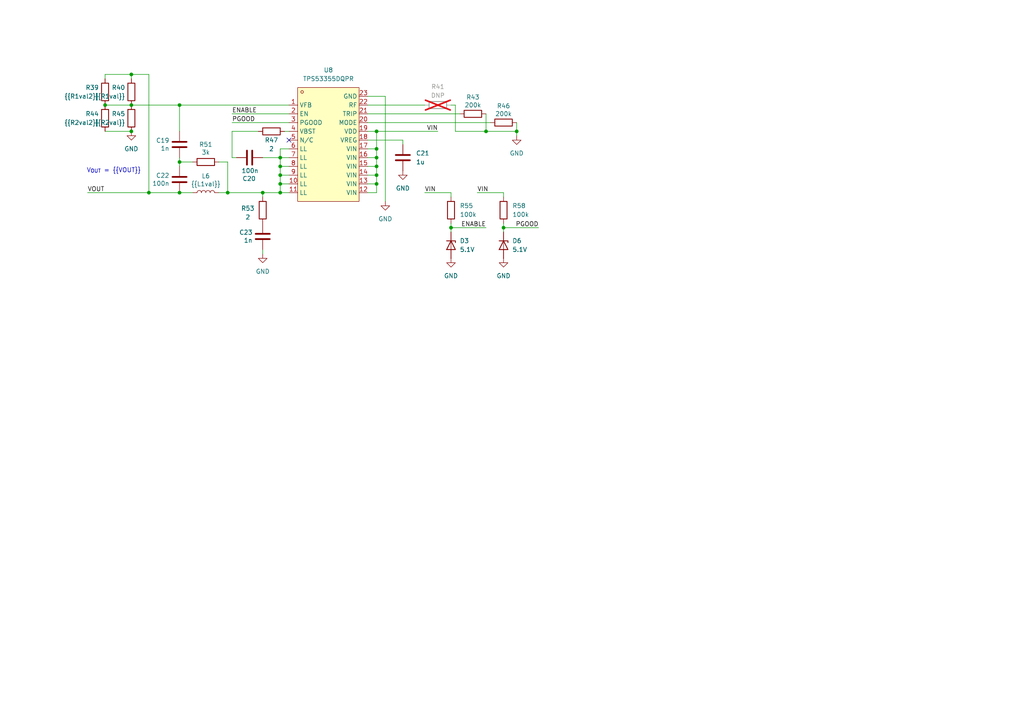
<source format=kicad_sch>
(kicad_sch (version 20250114) (generator "eeschema") (generator_version "9.0")
  (paper "A4")
  (lib_symbols
    (symbol "Device:C" (pin_numbers (hide yes)) (pin_names (offset 0.254))
      (property "Reference" "C" (at 0.635 2.54 0))
      (property "Value" "C" (at 0.635 -2.54 0))
      (symbol "C_0_1"
        (polyline (pts (xy -2.032 0.762) (xy 2.032 0.762)) (stroke (width 0.508)))
        (polyline (pts (xy -2.032 -0.762) (xy 2.032 -0.762)) (stroke (width 0.508)))
      )
      (symbol "C_1_1"
        (pin passive line (at 0 3.81 270) (length 2.794) (name "~") (number "1"))
        (pin passive line (at 0 -3.81 90) (length 2.794) (name "~") (number "2"))
      )
    )
    (symbol "Device:D_Zener" (pin_numbers (hide yes)) (pin_names (offset 1.016) (hide yes))
      (property "Reference" "D" (at 0 2.54 0))
      (property "Value" "D_Zener" (at 0 -2.54 0))
      (symbol "D_Zener_0_1"
        (polyline (pts (xy -1.27 -1.27) (xy -1.27 1.27) (xy -0.762 1.27)) (stroke (width 0.254)))
        (polyline (pts (xy 1.27 0) (xy -1.27 0)))
        (polyline (pts (xy 1.27 -1.27) (xy 1.27 1.27) (xy -1.27 0) (xy 1.27 -1.27)) (stroke (width 0.254)))
      )
      (symbol "D_Zener_1_1"
        (pin passive line (at -3.81 0 0) (length 2.54) (name "K") (number "1"))
        (pin passive line (at 3.81 0 180) (length 2.54) (name "A") (number "2"))
      )
    )
    (symbol "Device:L" (pin_numbers (hide yes)) (pin_names (offset 1.016) (hide yes))
      (property "Reference" "L" (at -1.27 0 90))
      (property "Value" "L" (at 1.905 0 90))
      (symbol "L_0_1"
        (arc (start 0 2.54) (mid 0.6323 1.905) (end 0 1.27))
        (arc (start 0 1.27) (mid 0.6323 0.635) (end 0 0))
        (arc (start 0 0) (mid 0.6323 -0.635) (end 0 -1.27))
        (arc (start 0 -1.27) (mid 0.6323 -1.905) (end 0 -2.54))
      )
      (symbol "L_1_1"
        (pin passive line (at 0 3.81 270) (length 1.27) (name "1") (number "1"))
        (pin passive line (at 0 -3.81 90) (length 1.27) (name "2") (number "2"))
      )
    )
    (symbol "Device:R" (pin_numbers (hide yes)) (pin_names (offset 0))
      (property "Reference" "R" (at 2.032 0 90))
      (property "Value" "R" (at 0 0 90))
      (symbol "R_0_1"
        (rectangle (start -1.016 -2.54) (end 1.016 2.54) (stroke (width 0.254)))
      )
      (symbol "R_1_1"
        (pin passive line (at 0 3.81 270) (length 1.27) (name "~") (number "1"))
        (pin passive line (at 0 -3.81 90) (length 1.27) (name "~") (number "2"))
      )
    )
    (symbol "easyeda2kicad:TPS53355DQPR"
      (property "Reference" "U" (at 0 19.05 0))
      (property "Value" "TPS53355DQPR" (at 0 -19.05 0))
      (symbol "TPS53355DQPR_0_1"
        (rectangle (start -8.89 16.51) (end 8.89 -16.51) (fill (type background)))
        (circle (center -7.62 15.24) (radius 0.38))
        (pin unspecified line (at -11.43 11.43 0) (length 2.54) (name "VFB") (number "1"))
        (pin unspecified line (at -11.43 8.89 0) (length 2.54) (name "EN") (number "2"))
        (pin unspecified line (at -11.43 6.35 0) (length 2.54) (name "PGOOD") (number "3"))
        (pin unspecified line (at -11.43 3.81 0) (length 2.54) (name "VBST") (number "4"))
        (pin unspecified line (at -11.43 1.27 0) (length 2.54) (name "N/C") (number "5"))
        (pin unspecified line (at -11.43 -1.27 0) (length 2.54) (name "LL") (number "6"))
        (pin unspecified line (at -11.43 -3.81 0) (length 2.54) (name "LL") (number "7"))
        (pin unspecified line (at -11.43 -6.35 0) (length 2.54) (name "LL") (number "8"))
        (pin unspecified line (at -11.43 -8.89 0) (length 2.54) (name "LL") (number "9"))
        (pin unspecified line (at -11.43 -11.43 0) (length 2.54) (name "LL") (number "10"))
        (pin unspecified line (at -11.43 -13.97 0) (length 2.54) (name "LL") (number "11"))
        (pin unspecified line (at 11.43 13.97 180) (length 2.54) (name "GND") (number "23"))
        (pin unspecified line (at 11.43 11.43 180) (length 2.54) (name "RF") (number "22"))
        (pin unspecified line (at 11.43 8.89 180) (length 2.54) (name "TRIP") (number "21"))
        (pin unspecified line (at 11.43 6.35 180) (length 2.54) (name "MODE") (number "20"))
        (pin unspecified line (at 11.43 3.81 180) (length 2.54) (name "VDD") (number "19"))
        (pin unspecified line (at 11.43 1.27 180) (length 2.54) (name "VREG") (number "18"))
        (pin unspecified line (at 11.43 -1.27 180) (length 2.54) (name "VIN") (number "17"))
        (pin unspecified line (at 11.43 -3.81 180) (length 2.54) (name "VIN") (number "16"))
        (pin unspecified line (at 11.43 -6.35 180) (length 2.54) (name "VIN") (number "15"))
        (pin unspecified line (at 11.43 -8.89 180) (length 2.54) (name "VIN") (number "14"))
        (pin unspecified line (at 11.43 -11.43 180) (length 2.54) (name "VIN") (number "13"))
        (pin unspecified line (at 11.43 -13.97 180) (length 2.54) (name "VIN") (number "12"))
      )
    )
    (symbol "power:GND" (power) (pin_numbers (hide yes)) (pin_names (offset 0) (hide yes))
      (property "Value" "GND" (at 0 -3.81 0))
      (symbol "GND_0_1"
        (polyline (pts (xy 0 0) (xy 0 -1.27) (xy 1.27 -1.27) (xy 0 -2.54) (xy -1.27 -1.27) (xy 0 -1.27)))
      )
      (symbol "GND_1_1"
        (pin power_in line (at 0 0 270) (length 0) (name "~") (number "1"))
      )
    )
  )
  (text "V_{OUT} = {{VOUT}}" (at 33.02 49.53 0) (effects (font (size 1.27 1.27))))
  (junction (at 52.07 55.88))
  (junction (at 109.22 43.18))
  (junction (at 140.97 38.1))
  (junction (at 109.22 48.26))
  (junction (at 38.1 21.59))
  (junction (at 81.28 50.8))
  (junction (at 81.28 45.72))
  (junction (at 81.28 55.88))
  (junction (at 43.18 55.88))
  (junction (at 149.86 38.1))
  (junction (at 109.22 38.1))
  (junction (at 30.48 30.48))
  (junction (at 109.22 50.8))
  (junction (at 146.05 66.04))
  (junction (at 76.2 55.88))
  (junction (at 109.22 53.34))
  (junction (at 38.1 38.1))
  (junction (at 109.22 45.72))
  (junction (at 52.07 30.48))
  (junction (at 81.28 53.34))
  (junction (at 66.04 55.88))
  (junction (at 81.28 48.26))
  (junction (at 38.1 30.48))
  (junction (at 130.81 66.04))
  (junction (at 52.07 46.99))
  (no_connect (at 83.82 40.64))
  (wire (pts (xy 66.04 55.88) (xy 66.04 46.99)))
  (wire (pts (xy 81.28 55.88) (xy 76.2 55.88)))
  (wire (pts (xy 81.28 48.26) (xy 81.28 50.8)))
  (wire (pts (xy 132.08 38.1) (xy 140.97 38.1)))
  (wire (pts (xy 67.31 33.02) (xy 83.82 33.02)))
  (wire (pts (xy 43.18 21.59) (xy 43.18 55.88)))
  (wire (pts (xy 76.2 55.88) (xy 76.2 57.15)))
  (wire (pts (xy 106.68 40.64) (xy 116.84 40.64)))
  (wire (pts (xy 106.68 53.34) (xy 109.22 53.34)))
  (wire (pts (xy 83.82 43.18) (xy 81.28 43.18)))
  (wire (pts (xy 76.2 55.88) (xy 66.04 55.88)))
  (wire (pts (xy 68.58 45.72) (xy 67.31 45.72)))
  (wire (pts (xy 55.88 55.88) (xy 52.07 55.88)))
  (wire (pts (xy 43.18 55.88) (xy 25.4 55.88)))
  (wire (pts (xy 52.07 45.72) (xy 52.07 46.99)))
  (wire (pts (xy 109.22 43.18) (xy 109.22 45.72)))
  (wire (pts (xy 83.82 48.26) (xy 81.28 48.26)))
  (wire (pts (xy 130.81 57.15) (xy 130.81 55.88)))
  (wire (pts (xy 106.68 27.94) (xy 111.76 27.94)))
  (wire (pts (xy 146.05 64.77) (xy 146.05 66.04)))
  (wire (pts (xy 106.68 48.26) (xy 109.22 48.26)))
  (wire (pts (xy 66.04 55.88) (xy 63.5 55.88)))
  (wire (pts (xy 130.81 66.04) (xy 130.81 67.31)))
  (wire (pts (xy 38.1 21.59) (xy 38.1 22.86)))
  (wire (pts (xy 52.07 30.48) (xy 38.1 30.48)))
  (wire (pts (xy 52.07 55.88) (xy 43.18 55.88)))
  (wire (pts (xy 149.86 39.37) (xy 149.86 38.1)))
  (wire (pts (xy 109.22 50.8) (xy 109.22 53.34)))
  (wire (pts (xy 106.68 33.02) (xy 133.35 33.02)))
  (wire (pts (xy 109.22 53.34) (xy 109.22 55.88)))
  (wire (pts (xy 81.28 50.8) (xy 81.28 53.34)))
  (wire (pts (xy 83.82 45.72) (xy 81.28 45.72)))
  (wire (pts (xy 38.1 38.1) (xy 30.48 38.1)))
  (wire (pts (xy 82.55 38.1) (xy 83.82 38.1)))
  (wire (pts (xy 138.43 55.88) (xy 146.05 55.88)))
  (wire (pts (xy 83.82 50.8) (xy 81.28 50.8)))
  (wire (pts (xy 123.19 30.48) (xy 106.68 30.48)))
  (wire (pts (xy 109.22 48.26) (xy 109.22 50.8)))
  (wire (pts (xy 76.2 73.66) (xy 76.2 72.39)))
  (wire (pts (xy 109.22 38.1) (xy 109.22 43.18)))
  (wire (pts (xy 106.68 45.72) (xy 109.22 45.72)))
  (wire (pts (xy 55.88 46.99) (xy 52.07 46.99)))
  (wire (pts (xy 123.19 55.88) (xy 130.81 55.88)))
  (wire (pts (xy 81.28 48.26) (xy 81.28 45.72)))
  (wire (pts (xy 106.68 35.56) (xy 142.24 35.56)))
  (wire (pts (xy 146.05 66.04) (xy 156.21 66.04)))
  (wire (pts (xy 106.68 50.8) (xy 109.22 50.8)))
  (wire (pts (xy 81.28 45.72) (xy 81.28 43.18)))
  (wire (pts (xy 67.31 38.1) (xy 74.93 38.1)))
  (wire (pts (xy 30.48 22.86) (xy 30.48 21.59)))
  (wire (pts (xy 130.81 30.48) (xy 132.08 30.48)))
  (wire (pts (xy 109.22 45.72) (xy 109.22 48.26)))
  (wire (pts (xy 38.1 21.59) (xy 30.48 21.59)))
  (wire (pts (xy 66.04 46.99) (xy 63.5 46.99)))
  (wire (pts (xy 52.07 38.1) (xy 52.07 30.48)))
  (wire (pts (xy 111.76 27.94) (xy 111.76 58.42)))
  (wire (pts (xy 132.08 30.48) (xy 132.08 38.1)))
  (wire (pts (xy 76.2 45.72) (xy 81.28 45.72)))
  (wire (pts (xy 81.28 53.34) (xy 81.28 55.88)))
  (wire (pts (xy 43.18 21.59) (xy 38.1 21.59)))
  (wire (pts (xy 149.86 35.56) (xy 149.86 38.1)))
  (wire (pts (xy 116.84 41.91) (xy 116.84 40.64)))
  (wire (pts (xy 106.68 38.1) (xy 109.22 38.1)))
  (wire (pts (xy 146.05 57.15) (xy 146.05 55.88)))
  (wire (pts (xy 146.05 66.04) (xy 146.05 67.31)))
  (wire (pts (xy 106.68 43.18) (xy 109.22 43.18)))
  (wire (pts (xy 83.82 53.34) (xy 81.28 53.34)))
  (wire (pts (xy 106.68 55.88) (xy 109.22 55.88)))
  (wire (pts (xy 130.81 64.77) (xy 130.81 66.04)))
  (wire (pts (xy 109.22 38.1) (xy 127 38.1)))
  (wire (pts (xy 38.1 30.48) (xy 30.48 30.48)))
  (wire (pts (xy 83.82 30.48) (xy 52.07 30.48)))
  (wire (pts (xy 140.97 33.02) (xy 140.97 38.1)))
  (wire (pts (xy 130.81 66.04) (xy 140.97 66.04)))
  (wire (pts (xy 83.82 55.88) (xy 81.28 55.88)))
  (wire (pts (xy 52.07 46.99) (xy 52.07 48.26)))
  (wire (pts (xy 67.31 35.56) (xy 83.82 35.56)))
  (wire (pts (xy 67.31 45.72) (xy 67.31 38.1)))
  (wire (pts (xy 140.97 38.1) (xy 149.86 38.1)))
  (label "ENABLE" (at 67.31 33.02 0))
  (label "ENABLE" (at 140.97 66.04 180))
  (label "PGOOD" (at 67.31 35.56 0))
  (label "PGOOD" (at 156.21 66.04 180))
  (label "VIN" (at 138.43 55.88 0))
  (label "VOUT" (at 25.4 55.88 0))
  (label "VIN" (at 123.19 55.88 0))
  (label "VIN" (at 127 38.1 180))
  (symbol (lib_id "Device:R") (at 137.16 33.02 90) (unit 1)
    (property "Reference" "R43" (at 137.16 28.194 90))
    (property "Value" "200k" (at 137.16 30.48 90))
    (property "Footprint" "Resistor_SMD:R_0402_1005Metric" (effects (hide yes)))
    (property "Description" "Resistor" (effects (hide yes)))
    (property "LCSC" "C25764" (effects (hide yes)))
  )
  (symbol (lib_id "Device:R") (at 59.69 46.99 270) (unit 1)
    (property "Reference" "R51" (at 59.69 41.91 90))
    (property "Value" "3k" (at 59.69 44.196 90))
    (property "Footprint" "Resistor_SMD:R_0402_1005Metric" (effects (hide yes)))
    (property "Description" "Resistor, US symbol" (effects (hide yes)))
    (property "LCSC" "C25784" (effects (hide yes)))
  )
  (symbol (lib_id "Device:C") (at 52.07 41.91 0) (mirror y) (unit 1)
    (property "Reference" "C19" (at 49.149 40.7416 0) (effects (justify left)))
    (property "Value" "1n" (at 49.149 43.053 0) (effects (justify left)))
    (property "Footprint" "Capacitor_SMD:C_0402_1005Metric" (effects (hide yes)))
    (property "LCSC" "C696907" (effects (hide yes)))
  )
  (symbol (lib_id "power:GND") (at 76.2 73.66 0) (unit 1)
    (property "Reference" "#PWR052" (effects (hide yes)))
    (property "Value" "GND" (at 76.2 78.74 0))
    (property "Description" "Power symbol creates a global label with name \"GND\" , ground" (effects (hide yes)))
    (property "OnlyIf" "RCSnubber" (effects (hide yes)))
  )
  (symbol (lib_id "Device:C") (at 116.84 45.72 0) (unit 1)
    (property "Reference" "C21" (at 120.65 44.4499 0) (effects (justify left)))
    (property "Value" "1u" (at 120.65 46.9899 0) (effects (justify left)))
    (property "Footprint" "Capacitor_SMD:C_0402_1005Metric" (effects (hide yes)))
    (property "Description" "Unpolarized capacitor" (effects (hide yes)))
    (property "LCSC" "C14445" (effects (hide yes)))
  )
  (symbol (lib_id "power:GND") (at 149.86 39.37 0) (unit 1)
    (property "Reference" "#PWR042" (effects (hide yes)))
    (property "Value" "GND" (at 149.86 44.45 0))
    (property "Description" "Power symbol creates a global label with name \"GND\" , ground" (effects (hide yes)))
  )
  (symbol (lib_id "Device:C") (at 76.2 68.58 0) (mirror y) (unit 1)
    (property "Reference" "C23" (at 73.279 67.4116 0) (effects (justify left)))
    (property "Value" "1n" (at 73.279 69.723 0) (effects (justify left)))
    (property "Footprint" "Capacitor_SMD:C_0402_1005Metric" (effects (hide yes)))
    (property "LCSC" "C696907" (effects (hide yes)))
    (property "OnlyIf" "RCSnubber" (effects (hide yes)))
  )
  (symbol (lib_id "Device:D_Zener") (at 146.05 71.12 270) (unit 1)
    (property "Reference" "D6" (at 148.59 69.8499 90) (effects (justify left)))
    (property "Value" "5.1V" (at 148.59 72.3899 90) (effects (justify left)))
    (property "Footprint" "Diode_SMD:D_SOD-323" (effects (hide yes)))
    (property "Description" "Zener diode" (effects (hide yes)))
    (property "LCSC" "C19077440" (effects (hide yes)))
    (property "OnlyIf" "PgoodClamp" (effects (hide yes)))
  )
  (symbol (lib_id "power:GND") (at 116.84 49.53 0) (mirror y) (unit 1)
    (property "Reference" "#PWR045" (effects (hide yes)))
    (property "Value" "GND" (at 116.84 54.61 0))
    (property "Description" "Power symbol creates a global label with name \"GND\" , ground" (effects (hide yes)))
  )
  (symbol (lib_id "Device:R") (at 38.1 26.67 0) (mirror y) (unit 1)
    (property "Reference" "R40" (at 36.322 25.4 0) (effects (justify left)))
    (property "Value" "{{R1val}}" (at 36.322 27.94 0) (effects (justify left)))
    (property "Footprint" "Resistor_SMD:R_0402_1005Metric" (effects (hide yes)))
    (property "Description" "Resistor" (effects (hide yes)))
    (property "LCSC" "{{R1lcsc}}" (effects (hide yes)))
  )
  (symbol (lib_id "Device:R") (at 30.48 26.67 0) (mirror y) (unit 1)
    (property "Reference" "R39" (at 28.702 25.4 0) (effects (justify left)))
    (property "Value" "{{R1val2}}" (at 28.702 27.94 0) (effects (justify left)))
    (property "Footprint" "Resistor_SMD:R_0402_1005Metric" (effects (hide yes)))
    (property "Description" "Resistor" (effects (hide yes)))
    (property "LCSC" "{{R1lcsc2}}" (effects (hide yes)))
    (property "OnlyIf" "R1Second" (effects (hide yes)))
  )
  (symbol (lib_id "Device:C") (at 72.39 45.72 90) (unit 1)
    (property "Reference" "C20" (at 72.263 51.816 90))
    (property "Value" "100n" (at 72.517 49.53 90))
    (property "Footprint" "Capacitor_SMD:C_0402_1005Metric" (effects (hide yes)))
    (property "LCSC" "C77020" (effects (hide yes)))
  )
  (symbol (lib_id "power:GND") (at 146.05 74.93 0) (mirror y) (unit 1)
    (property "Reference" "#PWR063" (effects (hide yes)))
    (property "Value" "GND" (at 146.05 80.01 0))
    (property "Description" "Power symbol creates a global label with name \"GND\" , ground" (effects (hide yes)))
    (property "OnlyIf" "PgoodClamp" (effects (hide yes)))
  )
  (symbol (lib_id "Device:R") (at 78.74 38.1 90) (unit 1)
    (property "Reference" "R47" (at 78.74 40.64 90))
    (property "Value" "2" (at 78.74 43.18 90))
    (property "Footprint" "Resistor_SMD:R_0402_1005Metric" (effects (hide yes)))
    (property "Description" "Resistor, US symbol" (effects (hide yes)))
    (property "LCSC" "C227351" (effects (hide yes)))
  )
  (symbol (lib_id "Device:R") (at 127 30.48 90) (unit 1) (in_bom no) (dnp yes)
    (property "Reference" "R41" (at 127 25.146 90))
    (property "Value" "DNP" (at 127 27.686 90))
    (property "Footprint" "Resistor_SMD:R_0402_1005Metric" (effects (hide yes)))
    (property "Description" "Resistor" (effects (hide yes)))
  )
  (symbol (lib_id "power:GND") (at 38.1 38.1 0) (mirror y) (unit 1)
    (property "Reference" "#PWR041" (effects (hide yes)))
    (property "Value" "GND" (at 38.1 43.18 0))
    (property "Description" "Power symbol creates a global label with name \"GND\" , ground" (effects (hide yes)))
  )
  (symbol (lib_id "Device:R") (at 30.48 34.29 0) (mirror y) (unit 1)
    (property "Reference" "R44" (at 28.702 33.02 0) (effects (justify left)))
    (property "Value" "{{R2val2}}" (at 28.702 35.56 0) (effects (justify left)))
    (property "Footprint" "Resistor_SMD:R_0402_1005Metric" (effects (hide yes)))
    (property "Description" "Resistor" (effects (hide yes)))
    (property "LCSC" "{{R2lcsc2}}" (effects (hide yes)))
    (property "OnlyIf" "R2Second" (effects (hide yes)))
  )
  (symbol (lib_id "Device:R") (at 38.1 34.29 0) (mirror y) (unit 1)
    (property "Reference" "R45" (at 36.322 33.02 0) (effects (justify left)))
    (property "Value" "{{R2val}}" (at 36.322 35.56 0) (effects (justify left)))
    (property "Footprint" "Resistor_SMD:R_0402_1005Metric" (effects (hide yes)))
    (property "Description" "Resistor" (effects (hide yes)))
    (property "LCSC" "{{R2lcsc}}" (effects (hide yes)))
  )
  (symbol (lib_id "power:GND") (at 111.76 58.42 0) (mirror y) (unit 1)
    (property "Reference" "#PWR050" (effects (hide yes)))
    (property "Value" "GND" (at 111.76 63.5 0))
    (property "Description" "Power symbol creates a global label with name \"GND\" , ground" (effects (hide yes)))
  )
  (symbol (lib_id "Device:L") (at 59.69 55.88 90) (unit 1)
    (property "Reference" "L6" (at 59.69 51.054 90))
    (property "Value" "{{L1val}}" (at 59.69 53.3654 90))
    (property "Footprint" "{{L1footprint}}" (effects (hide yes)))
    (property "Datasheet" "{{L1datasheet}}" (effects (hide yes)))
    (property "LCSC" "{{L1lcsc}}" (effects (hide yes)))
  )
  (symbol (lib_id "power:GND") (at 130.81 74.93 0) (mirror y) (unit 1)
    (property "Reference" "#PWR060" (effects (hide yes)))
    (property "Value" "GND" (at 130.81 80.01 0))
    (property "Description" "Power symbol creates a global label with name \"GND\" , ground" (effects (hide yes)))
    (property "OnlyIf" "EnableClamp" (effects (hide yes)))
  )
  (symbol (lib_id "Device:R") (at 146.05 35.56 90) (unit 1)
    (property "Reference" "R46" (at 146.05 30.734 90))
    (property "Value" "200k" (at 146.05 33.02 90))
    (property "Footprint" "Resistor_SMD:R_0402_1005Metric" (effects (hide yes)))
    (property "Description" "Resistor" (effects (hide yes)))
    (property "LCSC" "C25764" (effects (hide yes)))
  )
  (symbol (lib_id "Device:D_Zener") (at 130.81 71.12 270) (unit 1)
    (property "Reference" "D3" (at 133.35 69.8499 90) (effects (justify left)))
    (property "Value" "5.1V" (at 133.35 72.3899 90) (effects (justify left)))
    (property "Footprint" "Diode_SMD:D_SOD-323" (effects (hide yes)))
    (property "Description" "Zener diode" (effects (hide yes)))
    (property "LCSC" "C19077440" (effects (hide yes)))
    (property "OnlyIf" "EnableClamp" (effects (hide yes)))
  )
  (symbol (lib_id "Device:C") (at 52.07 52.07 0) (mirror y) (unit 1)
    (property "Reference" "C22" (at 49.149 50.9016 0) (effects (justify left)))
    (property "Value" "100n" (at 49.149 53.213 0) (effects (justify left)))
    (property "Footprint" "Capacitor_SMD:C_0402_1005Metric" (effects (hide yes)))
    (property "LCSC" "C77020" (effects (hide yes)))
  )
  (symbol (lib_id "easyeda2kicad:TPS53355DQPR") (at 95.25 41.91 0) (unit 1)
    (property "Reference" "U8" (at 95.25 20.32 0))
    (property "Value" "TPS53355DQPR" (at 95.25 22.86 0))
    (property "Footprint" "easyeda2kicad:LSON-22_L6.0-W5.0-P0.50-BL-EP" (effects (hide yes)))
    (property "Datasheet" "https://lcsc.com/product-detail/DC-DC-Converters_Texas-Instruments-Texas-Instruments-TPS53355DQPR_C148172.html" (effects (hide yes)))
    (property "LCSC" "C148172" (effects (hide yes)))
  )
  (symbol (lib_id "Device:R") (at 146.05 60.96 0) (unit 1)
    (property "Reference" "R58" (at 148.59 59.6899 0) (effects (justify left)))
    (property "Value" "100k" (at 148.59 62.2299 0) (effects (justify left)))
    (property "Footprint" "Resistor_SMD:R_0402_1005Metric" (effects (hide yes)))
    (property "Description" "Resistor" (effects (hide yes)))
    (property "LCSC" "C25741" (effects (hide yes)))
    (property "OnlyIf" "PgoodClamp" (effects (hide yes)))
  )
  (symbol (lib_id "Device:R") (at 130.81 60.96 0) (unit 1)
    (property "Reference" "R55" (at 133.35 59.6899 0) (effects (justify left)))
    (property "Value" "100k" (at 133.35 62.2299 0) (effects (justify left)))
    (property "Footprint" "Resistor_SMD:R_0402_1005Metric" (effects (hide yes)))
    (property "Description" "Resistor" (effects (hide yes)))
    (property "LCSC" "C25741" (effects (hide yes)))
    (property "OnlyIf" "EnableClamp" (effects (hide yes)))
  )
  (symbol (lib_id "Device:R") (at 76.2 60.96 0) (unit 1)
    (property "Reference" "R53" (at 71.882 60.452 0))
    (property "Value" "2" (at 71.882 62.992 0))
    (property "Footprint" "Resistor_SMD:R_0805_2012Metric" (effects (hide yes)))
    (property "Description" "Resistor, US symbol" (effects (hide yes)))
    (property "OnlyIf" "RCSnubber" (effects (hide yes)))
  )
)
</source>
